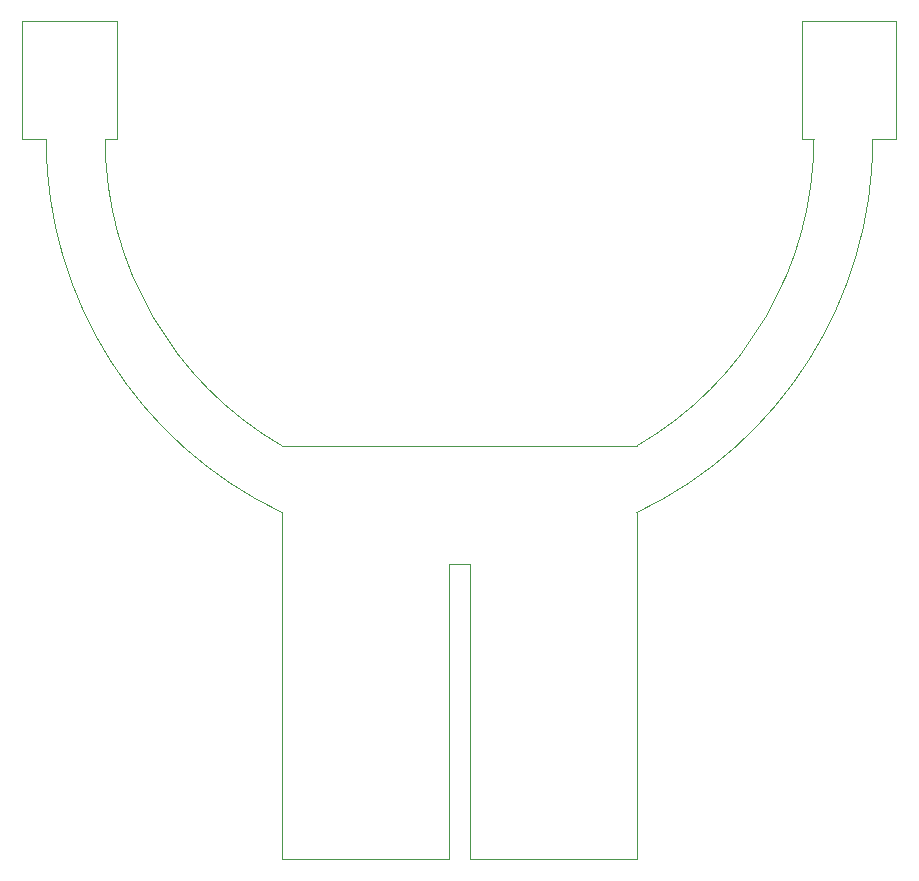
<source format=gbr>
%TF.GenerationSoftware,KiCad,Pcbnew,5.99.0-unknown-5405c09~101~ubuntu18.04.1*%
%TF.CreationDate,2020-04-21T20:28:15+03:00*%
%TF.ProjectId,Ultrasonic Flow Sensor,556c7472-6173-46f6-9e69-6320466c6f77,rev?*%
%TF.SameCoordinates,Original*%
%TF.FileFunction,Legend,Bot*%
%TF.FilePolarity,Positive*%
%FSLAX46Y46*%
G04 Gerber Fmt 4.6, Leading zero omitted, Abs format (unit mm)*
G04 Created by KiCad (PCBNEW 5.99.0-unknown-5405c09~101~ubuntu18.04.1) date 2020-04-21 20:28:15*
%MOMM*%
%LPD*%
G01*
G04 APERTURE LIST*
%TA.AperFunction,Profile*%
%ADD10C,0.100000*%
%TD*%
G04 APERTURE END LIST*
D10*
X141287009Y-70021467D02*
G75*
G02*
X126287009Y-96002228I-29999999J0D01*
G01*
X126287008Y-131002229D02*
X126287008Y-101642228D01*
X148287010Y-70021467D02*
X146287009Y-70021467D01*
X141287009Y-70021467D02*
X140287010Y-70021467D01*
X140287010Y-60021467D02*
X148287010Y-60021467D01*
X74287010Y-60021467D02*
X82287010Y-60021467D01*
X96287010Y-96002229D02*
X126287009Y-96002228D01*
X140287010Y-70021467D02*
X140287010Y-60021467D01*
X110437010Y-106002229D02*
X112137010Y-106002229D01*
X96287008Y-131002229D02*
X110437010Y-131002229D01*
X112137010Y-106002229D02*
X112137010Y-131002229D01*
X96274281Y-101638202D02*
G75*
G02*
X76287010Y-70021467I15012729J31616735D01*
G01*
X74287010Y-70021467D02*
X74287010Y-60021467D01*
X96287010Y-96002229D02*
G75*
G02*
X81287010Y-70021467I15000000J25980762D01*
G01*
X76287010Y-70021467D02*
X74287010Y-70021467D01*
X82287010Y-70021467D02*
X81287010Y-70021467D01*
X82287010Y-60021467D02*
X82287010Y-70021467D01*
X146285188Y-70021467D02*
G75*
G02*
X126287008Y-101642228I-34998178J0D01*
G01*
X96287008Y-131002229D02*
X96274280Y-101638202D01*
X148287010Y-60021467D02*
X148287010Y-70021467D01*
X110437010Y-131002229D02*
X110437010Y-106002229D01*
X112137010Y-131002229D02*
X126287008Y-131002229D01*
M02*

</source>
